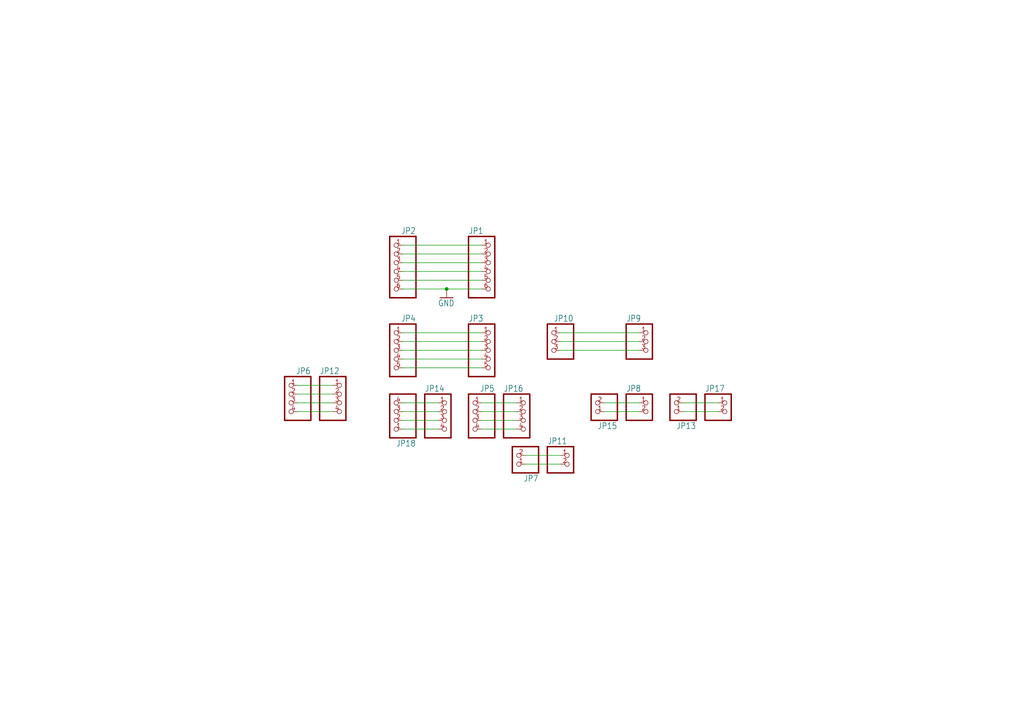
<source format=kicad_sch>
(kicad_sch (version 20230121) (generator eeschema)
  (paper "A4")
  (lib_symbols
    (symbol "receiver-eagle-import:GND" (power)
      (property "Value" "GND" (at -2.54 -2.54 0))
      (symbol "GND_1_0"
        (polyline (pts (xy -1.905 0) (xy 1.905 0)) (stroke (width 0.254)))
        (pin power_in line (at 0 2.54 270) (length 2.54) (name "GND") (number "1"))
      )
    )
    (symbol "receiver-eagle-import:PINHD-1X2"
      (property "Reference" "JP" (at -6.35 5.715 0))
      (symbol "PINHD-1X2_1_0"
        (polyline (pts (xy -6.35 -2.54) (xy 1.27 -2.54)) (stroke (width 0.4064)))
        (polyline (pts (xy -6.35 5.08) (xy -6.35 -2.54)) (stroke (width 0.4064)))
        (polyline (pts (xy 1.27 -2.54) (xy 1.27 5.08)) (stroke (width 0.4064)))
        (polyline (pts (xy 1.27 5.08) (xy -6.35 5.08)) (stroke (width 0.4064)))
        (pin passive inverted (at -2.54 2.54 0) (length 2.54) (name "1") (number "1"))
        (pin passive inverted (at -2.54 0 0) (length 2.54) (name "2") (number "2"))
      )
    )
    (symbol "receiver-eagle-import:PINHD-1X3"
      (property "Reference" "JP" (at -6.35 5.715 0))
      (symbol "PINHD-1X3_1_0"
        (polyline (pts (xy -6.35 -5.08) (xy 1.27 -5.08)) (stroke (width 0.4064)))
        (polyline (pts (xy -6.35 5.08) (xy -6.35 -5.08)) (stroke (width 0.4064)))
        (polyline (pts (xy 1.27 -5.08) (xy 1.27 5.08)) (stroke (width 0.4064)))
        (polyline (pts (xy 1.27 5.08) (xy -6.35 5.08)) (stroke (width 0.4064)))
        (pin passive inverted (at -2.54 2.54 0) (length 2.54) (name "1") (number "1"))
        (pin passive inverted (at -2.54 0 0) (length 2.54) (name "2") (number "2"))
        (pin passive inverted (at -2.54 -2.54 0) (length 2.54) (name "3") (number "3"))
      )
    )
    (symbol "receiver-eagle-import:PINHD-1X4"
      (property "Reference" "JP" (at -6.35 8.255 0))
      (symbol "PINHD-1X4_1_0"
        (polyline (pts (xy -6.35 -5.08) (xy 1.27 -5.08)) (stroke (width 0.4064)))
        (polyline (pts (xy -6.35 7.62) (xy -6.35 -5.08)) (stroke (width 0.4064)))
        (polyline (pts (xy 1.27 -5.08) (xy 1.27 7.62)) (stroke (width 0.4064)))
        (polyline (pts (xy 1.27 7.62) (xy -6.35 7.62)) (stroke (width 0.4064)))
        (pin passive inverted (at -2.54 5.08 0) (length 2.54) (name "1") (number "1"))
        (pin passive inverted (at -2.54 2.54 0) (length 2.54) (name "2") (number "2"))
        (pin passive inverted (at -2.54 0 0) (length 2.54) (name "3") (number "3"))
        (pin passive inverted (at -2.54 -2.54 0) (length 2.54) (name "4") (number "4"))
      )
    )
    (symbol "receiver-eagle-import:PINHD-1X5"
      (property "Reference" "JP" (at -6.35 8.255 0))
      (symbol "PINHD-1X5_1_0"
        (polyline (pts (xy -6.35 -7.62) (xy 1.27 -7.62)) (stroke (width 0.4064)))
        (polyline (pts (xy -6.35 7.62) (xy -6.35 -7.62)) (stroke (width 0.4064)))
        (polyline (pts (xy 1.27 -7.62) (xy 1.27 7.62)) (stroke (width 0.4064)))
        (polyline (pts (xy 1.27 7.62) (xy -6.35 7.62)) (stroke (width 0.4064)))
        (pin passive inverted (at -2.54 5.08 0) (length 2.54) (name "1") (number "1"))
        (pin passive inverted (at -2.54 2.54 0) (length 2.54) (name "2") (number "2"))
        (pin passive inverted (at -2.54 0 0) (length 2.54) (name "3") (number "3"))
        (pin passive inverted (at -2.54 -2.54 0) (length 2.54) (name "4") (number "4"))
        (pin passive inverted (at -2.54 -5.08 0) (length 2.54) (name "5") (number "5"))
      )
    )
    (symbol "receiver-eagle-import:PINHD-1X6"
      (property "Reference" "JP" (at -6.35 10.795 0))
      (symbol "PINHD-1X6_1_0"
        (polyline (pts (xy -6.35 -7.62) (xy 1.27 -7.62)) (stroke (width 0.4064)))
        (polyline (pts (xy -6.35 10.16) (xy -6.35 -7.62)) (stroke (width 0.4064)))
        (polyline (pts (xy 1.27 -7.62) (xy 1.27 10.16)) (stroke (width 0.4064)))
        (polyline (pts (xy 1.27 10.16) (xy -6.35 10.16)) (stroke (width 0.4064)))
        (pin passive inverted (at -2.54 7.62 0) (length 2.54) (name "1") (number "1"))
        (pin passive inverted (at -2.54 5.08 0) (length 2.54) (name "2") (number "2"))
        (pin passive inverted (at -2.54 2.54 0) (length 2.54) (name "3") (number "3"))
        (pin passive inverted (at -2.54 0 0) (length 2.54) (name "4") (number "4"))
        (pin passive inverted (at -2.54 -2.54 0) (length 2.54) (name "5") (number "5"))
        (pin passive inverted (at -2.54 -5.08 0) (length 2.54) (name "6") (number "6"))
      )
    )
  )
  (junction (at 129.54 83.82))
  (wire (pts (xy 129.54 83.82) (xy 139.7 83.82)) (stroke (width 0.1524)))
  (wire (pts (xy 116.84 104.14) (xy 139.7 104.14)) (stroke (width 0.1524)))
  (wire (pts (xy 116.84 73.66) (xy 139.7 73.66)) (stroke (width 0.1524)))
  (wire (pts (xy 86.36 111.76) (xy 96.52 111.76)) (stroke (width 0.1524)))
  (wire (pts (xy 116.84 116.84) (xy 127 116.84)) (stroke (width 0.1524)))
  (wire (pts (xy 86.36 116.84) (xy 96.52 116.84)) (stroke (width 0.1524)))
  (wire (pts (xy 185.42 99.06) (xy 162.56 99.06)) (stroke (width 0.1524)))
  (wire (pts (xy 116.84 99.06) (xy 139.7 99.06)) (stroke (width 0.1524)))
  (wire (pts (xy 116.84 78.74) (xy 139.7 78.74)) (stroke (width 0.1524)))
  (wire (pts (xy 149.86 124.46) (xy 139.7 124.46)) (stroke (width 0.1524)))
  (wire (pts (xy 86.36 114.3) (xy 96.52 114.3)) (stroke (width 0.1524)))
  (wire (pts (xy 139.7 96.52) (xy 116.84 96.52)) (stroke (width 0.1524)))
  (wire (pts (xy 116.84 83.82) (xy 129.54 83.82)) (stroke (width 0.1524)))
  (wire (pts (xy 116.84 76.2) (xy 139.7 76.2)) (stroke (width 0.1524)))
  (wire (pts (xy 208.28 119.38) (xy 198.12 119.38)) (stroke (width 0.1524)))
  (wire (pts (xy 162.56 101.6) (xy 185.42 101.6)) (stroke (width 0.1524)))
  (wire (pts (xy 175.26 116.84) (xy 185.42 116.84)) (stroke (width 0.1524)))
  (wire (pts (xy 116.84 81.28) (xy 139.7 81.28)) (stroke (width 0.1524)))
  (wire (pts (xy 86.36 119.38) (xy 96.52 119.38)) (stroke (width 0.1524)))
  (wire (pts (xy 127 124.46) (xy 116.84 124.46)) (stroke (width 0.1524)))
  (wire (pts (xy 139.7 116.84) (xy 149.86 116.84)) (stroke (width 0.1524)))
  (wire (pts (xy 175.26 119.38) (xy 185.42 119.38)) (stroke (width 0.1524)))
  (wire (pts (xy 116.84 106.68) (xy 139.7 106.68)) (stroke (width 0.1524)))
  (wire (pts (xy 116.84 121.92) (xy 127 121.92)) (stroke (width 0.1524)))
  (wire (pts (xy 198.12 116.84) (xy 208.28 116.84)) (stroke (width 0.1524)))
  (wire (pts (xy 116.84 71.12) (xy 139.7 71.12)) (stroke (width 0.1524)))
  (wire (pts (xy 127 119.38) (xy 116.84 119.38)) (stroke (width 0.1524)))
  (wire (pts (xy 116.84 101.6) (xy 139.7 101.6)) (stroke (width 0.1524)))
  (wire (pts (xy 152.4 134.62) (xy 162.56 134.62)) (stroke (width 0.1524)))
  (wire (pts (xy 162.56 96.52) (xy 185.42 96.52)) (stroke (width 0.1524)))
  (wire (pts (xy 149.86 119.38) (xy 139.7 119.38)) (stroke (width 0.1524)))
  (wire (pts (xy 139.7 121.92) (xy 149.86 121.92)) (stroke (width 0.1524)))
  (wire (pts (xy 152.4 132.08) (xy 162.56 132.08)) (stroke (width 0.1524)))
  (symbol (lib_id "receiver-eagle-import:PINHD-1X4") (at 129.54 121.92 0) (unit 1)
    (property "Reference" "JP14" (at 123.19 113.665 0) (effects (font (size 1.778 1.5113)) (justify left bottom)))
    (property "Value" "PINHD-1X4" (effects hide))
    (property "Footprint" "receiver:1X04" (effects hide))
  )
  (symbol (lib_id "receiver-eagle-import:PINHD-1X3") (at 160.02 99.06 0) (mirror y) (unit 1)
    (property "Reference" "JP10" (at 166.37 93.345 0) (effects (font (size 1.778 1.5113)) (justify left bottom)))
    (property "Value" "PINHD-1X3" (effects hide))
    (property "Footprint" "receiver:1X03" (effects hide))
  )
  (symbol (lib_id "receiver-eagle-import:GND") (at 129.54 86.36 0) (unit 1)
    (property "Reference" "#GND1" (effects hide))
    (property "Value" "GND" (at 127 88.9 0) (effects (font (size 1.778 1.5113)) (justify left bottom)))
  )
  (symbol (lib_id "receiver-eagle-import:PINHD-1X3") (at 187.96 99.06 0) (unit 1)
    (property "Reference" "JP9" (at 181.61 93.345 0) (effects (font (size 1.778 1.5113)) (justify left bottom)))
    (property "Value" "PINHD-1X3" (effects hide))
    (property "Footprint" "receiver:1X03" (effects hide))
  )
  (symbol (lib_id "receiver-eagle-import:PINHD-1X2") (at 165.1 134.62 0) (unit 1)
    (property "Reference" "JP11" (at 158.75 128.905 0) (effects (font (size 1.778 1.5113)) (justify left bottom)))
    (property "Value" "PINHD-1X2" (effects hide))
    (property "Footprint" "receiver:1X02" (effects hide))
  )
  (symbol (lib_id "receiver-eagle-import:PINHD-1X5") (at 114.3 101.6 0) (mirror y) (unit 1)
    (property "Reference" "JP4" (at 120.65 93.345 0) (effects (font (size 1.778 1.5113)) (justify left bottom)))
    (property "Value" "PINHD-1X5" (effects hide))
    (property "Footprint" "receiver:1X05" (effects hide))
  )
  (symbol (lib_id "receiver-eagle-import:PINHD-1X2") (at 195.58 116.84 180) (unit 1)
    (property "Reference" "JP13" (at 201.93 122.555 0) (effects (font (size 1.778 1.5113)) (justify left bottom)))
    (property "Value" "PINHD-1X2" (effects hide))
    (property "Footprint" "receiver:1X02" (effects hide))
  )
  (symbol (lib_id "receiver-eagle-import:PINHD-1X4") (at 152.4 121.92 0) (unit 1)
    (property "Reference" "JP16" (at 146.05 113.665 0) (effects (font (size 1.778 1.5113)) (justify left bottom)))
    (property "Value" "PINHD-1X4" (effects hide))
    (property "Footprint" "receiver:1X04" (effects hide))
  )
  (symbol (lib_id "receiver-eagle-import:PINHD-1X4") (at 83.82 116.84 0) (mirror y) (unit 1)
    (property "Reference" "JP6" (at 90.17 108.585 0) (effects (font (size 1.778 1.5113)) (justify left bottom)))
    (property "Value" "PINHD-1X4" (effects hide))
    (property "Footprint" "receiver:1X04" (effects hide))
  )
  (symbol (lib_id "receiver-eagle-import:PINHD-1X4") (at 137.16 121.92 0) (mirror y) (unit 1)
    (property "Reference" "JP5" (at 143.51 113.665 0) (effects (font (size 1.778 1.5113)) (justify left bottom)))
    (property "Value" "PINHD-1X4" (effects hide))
    (property "Footprint" "receiver:1X04" (effects hide))
  )
  (symbol (lib_id "receiver-eagle-import:PINHD-1X6") (at 114.3 78.74 0) (mirror y) (unit 1)
    (property "Reference" "JP2" (at 120.65 67.945 0) (effects (font (size 1.778 1.5113)) (justify left bottom)))
    (property "Value" "PINHD-1X6" (effects hide))
    (property "Footprint" "receiver:1X06" (effects hide))
  )
  (symbol (lib_id "receiver-eagle-import:PINHD-1X2") (at 210.82 119.38 0) (unit 1)
    (property "Reference" "JP17" (at 204.47 113.665 0) (effects (font (size 1.778 1.5113)) (justify left bottom)))
    (property "Value" "PINHD-1X2" (effects hide))
    (property "Footprint" "receiver:1X02" (effects hide))
  )
  (symbol (lib_id "receiver-eagle-import:PINHD-1X2") (at 187.96 119.38 0) (unit 1)
    (property "Reference" "JP8" (at 181.61 113.665 0) (effects (font (size 1.778 1.5113)) (justify left bottom)))
    (property "Value" "PINHD-1X2" (effects hide))
    (property "Footprint" "receiver:1X02" (effects hide))
  )
  (symbol (lib_id "receiver-eagle-import:PINHD-1X4") (at 114.3 119.38 180) (unit 1)
    (property "Reference" "JP18" (at 120.65 127.635 0) (effects (font (size 1.778 1.5113)) (justify left bottom)))
    (property "Value" "PINHD-1X4" (effects hide))
    (property "Footprint" "receiver:1X04" (effects hide))
  )
  (symbol (lib_id "receiver-eagle-import:PINHD-1X5") (at 142.24 101.6 0) (unit 1)
    (property "Reference" "JP3" (at 135.89 93.345 0) (effects (font (size 1.778 1.5113)) (justify left bottom)))
    (property "Value" "PINHD-1X5" (effects hide))
    (property "Footprint" "receiver:1X05" (effects hide))
  )
  (symbol (lib_id "receiver-eagle-import:PINHD-1X4") (at 99.06 116.84 0) (unit 1)
    (property "Reference" "JP12" (at 92.71 108.585 0) (effects (font (size 1.778 1.5113)) (justify left bottom)))
    (property "Value" "PINHD-1X4" (effects hide))
    (property "Footprint" "receiver:1X04" (effects hide))
  )
  (symbol (lib_id "receiver-eagle-import:PINHD-1X2") (at 149.86 132.08 180) (unit 1)
    (property "Reference" "JP7" (at 156.21 137.795 0) (effects (font (size 1.778 1.5113)) (justify left bottom)))
    (property "Value" "PINHD-1X2" (effects hide))
    (property "Footprint" "receiver:1X02" (effects hide))
  )
  (symbol (lib_id "receiver-eagle-import:PINHD-1X2") (at 172.72 116.84 180) (unit 1)
    (property "Reference" "JP15" (at 179.07 122.555 0) (effects (font (size 1.778 1.5113)) (justify left bottom)))
    (property "Value" "PINHD-1X2" (effects hide))
    (property "Footprint" "receiver:1X02" (effects hide))
  )
  (symbol (lib_id "receiver-eagle-import:PINHD-1X6") (at 142.24 78.74 0) (unit 1)
    (property "Reference" "JP1" (at 135.89 67.945 0) (effects (font (size 1.778 1.5113)) (justify left bottom)))
    (property "Value" "PINHD-1X6" (effects hide))
    (property "Footprint" "receiver:1X06" (effects hide))
  )
)
</source>
